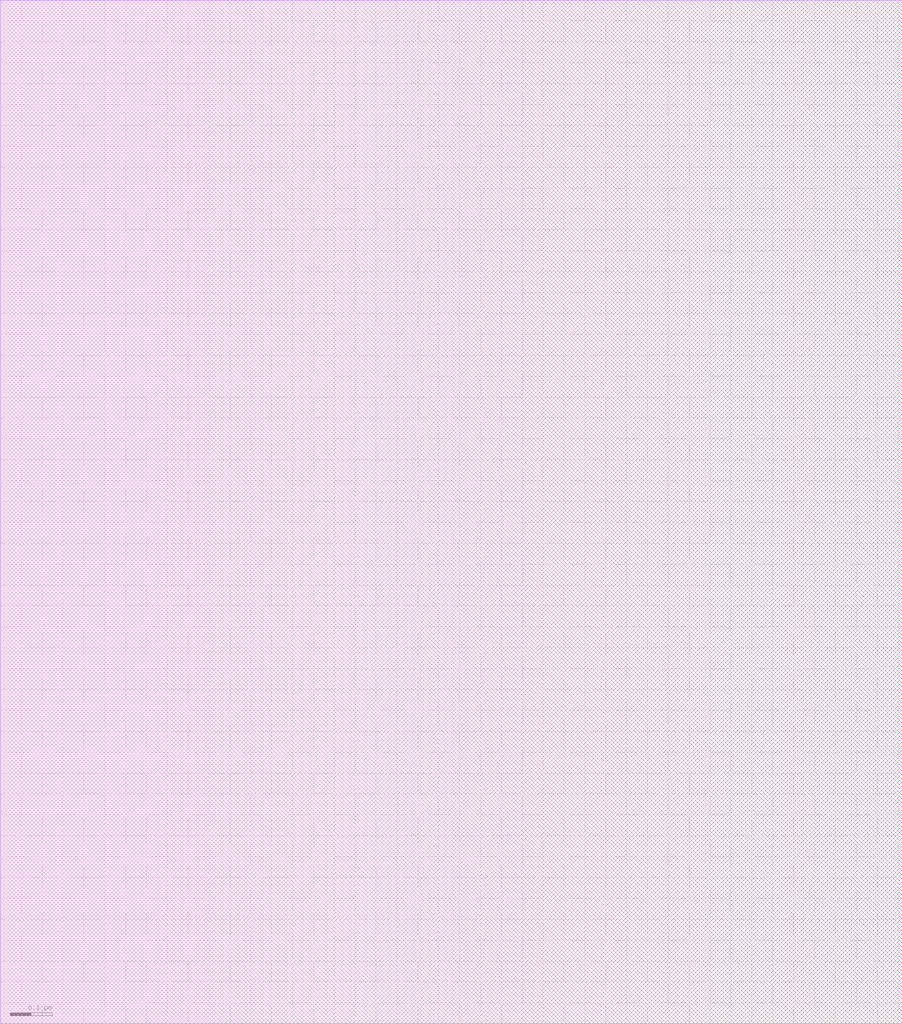
<source format=lef>
# Copyright 2020 The SkyWater PDK Authors
#
# Licensed under the Apache License, Version 2.0 (the "License");
# you may not use this file except in compliance with the License.
# You may obtain a copy of the License at
#
#     https://www.apache.org/licenses/LICENSE-2.0
#
# Unless required by applicable law or agreed to in writing, software
# distributed under the License is distributed on an "AS IS" BASIS,
# WITHOUT WARRANTIES OR CONDITIONS OF ANY KIND, either express or implied.
# See the License for the specific language governing permissions and
# limitations under the License.
#
# SPDX-License-Identifier: Apache-2.0

VERSION 5.7 ;
  NOWIREEXTENSIONATPIN ON ;
  DIVIDERCHAR "/" ;
  BUSBITCHARS "[]" ;
MACRO sky130_fd_pr__res_high_pol1_2p85__example1
  CLASS BLOCK ;
  FOREIGN sky130_fd_pr__res_high_pol1_2p85__example1 ;
  ORIGIN  0.000000  0.000000 ;
  SIZE  2.160000 BY  2.450000 ;
  OBS
    LAYER li1 ;
      RECT 0.000000 0.000000 2.160000 2.450000 ;
  END
END sky130_fd_pr__res_high_pol1_2p85__example1
END LIBRARY

</source>
